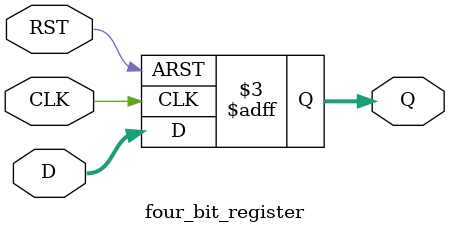
<source format=v>
module four_bit_register (
  input CLK,
  input RST,
  input [3:0] D,
  output reg [3:0] Q
);

  always @(posedge CLK or negedge RST) begin
    if (!RST) begin
      Q <= 4'b0;
    end else begin
      Q <= D;
    end
  end

endmodule
</source>
